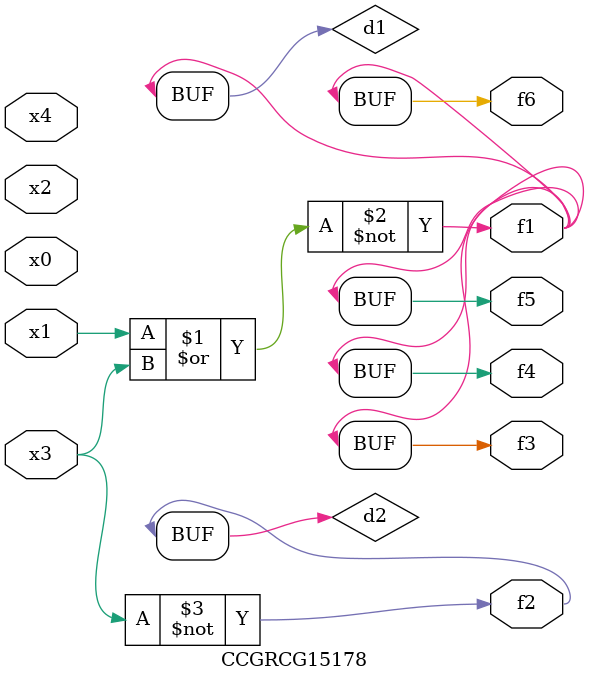
<source format=v>
module CCGRCG15178(
	input x0, x1, x2, x3, x4,
	output f1, f2, f3, f4, f5, f6
);

	wire d1, d2;

	nor (d1, x1, x3);
	not (d2, x3);
	assign f1 = d1;
	assign f2 = d2;
	assign f3 = d1;
	assign f4 = d1;
	assign f5 = d1;
	assign f6 = d1;
endmodule

</source>
